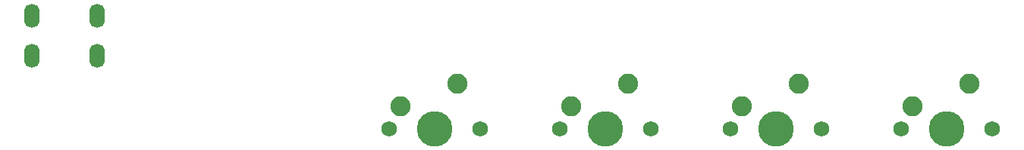
<source format=gbs>
%TF.GenerationSoftware,KiCad,Pcbnew,(6.0.6)*%
%TF.CreationDate,2022-06-26T20:00:42-04:00*%
%TF.ProjectId,keyboard,6b657962-6f61-4726-942e-6b696361645f,rev?*%
%TF.SameCoordinates,Original*%
%TF.FileFunction,Soldermask,Bot*%
%TF.FilePolarity,Negative*%
%FSLAX46Y46*%
G04 Gerber Fmt 4.6, Leading zero omitted, Abs format (unit mm)*
G04 Created by KiCad (PCBNEW (6.0.6)) date 2022-06-26 20:00:42*
%MOMM*%
%LPD*%
G01*
G04 APERTURE LIST*
%ADD10O,1.700000X2.700000*%
%ADD11C,1.750000*%
%ADD12C,2.250000*%
%ADD13C,3.987800*%
G04 APERTURE END LIST*
D10*
%TO.C,USB1*%
X51275000Y-80700000D03*
X43975000Y-80700000D03*
X43975000Y-76200000D03*
X51275000Y-76200000D03*
%TD*%
D11*
%TO.C,MX4*%
X151130000Y-88900000D03*
X140970000Y-88900000D03*
D12*
X142240000Y-86360000D03*
D13*
X146050000Y-88900000D03*
D12*
X148590000Y-83820000D03*
%TD*%
D11*
%TO.C,MX3*%
X132080000Y-88900000D03*
X121920000Y-88900000D03*
D12*
X123190000Y-86360000D03*
D13*
X127000000Y-88900000D03*
D12*
X129540000Y-83820000D03*
%TD*%
D11*
%TO.C,MX2*%
X113030000Y-88900000D03*
X102870000Y-88900000D03*
D12*
X104140000Y-86360000D03*
D13*
X107950000Y-88900000D03*
D12*
X110490000Y-83820000D03*
%TD*%
D11*
%TO.C,MX1*%
X93980000Y-88900000D03*
X83820000Y-88900000D03*
D12*
X85090000Y-86360000D03*
D13*
X88900000Y-88900000D03*
D12*
X91440000Y-83820000D03*
%TD*%
M02*

</source>
